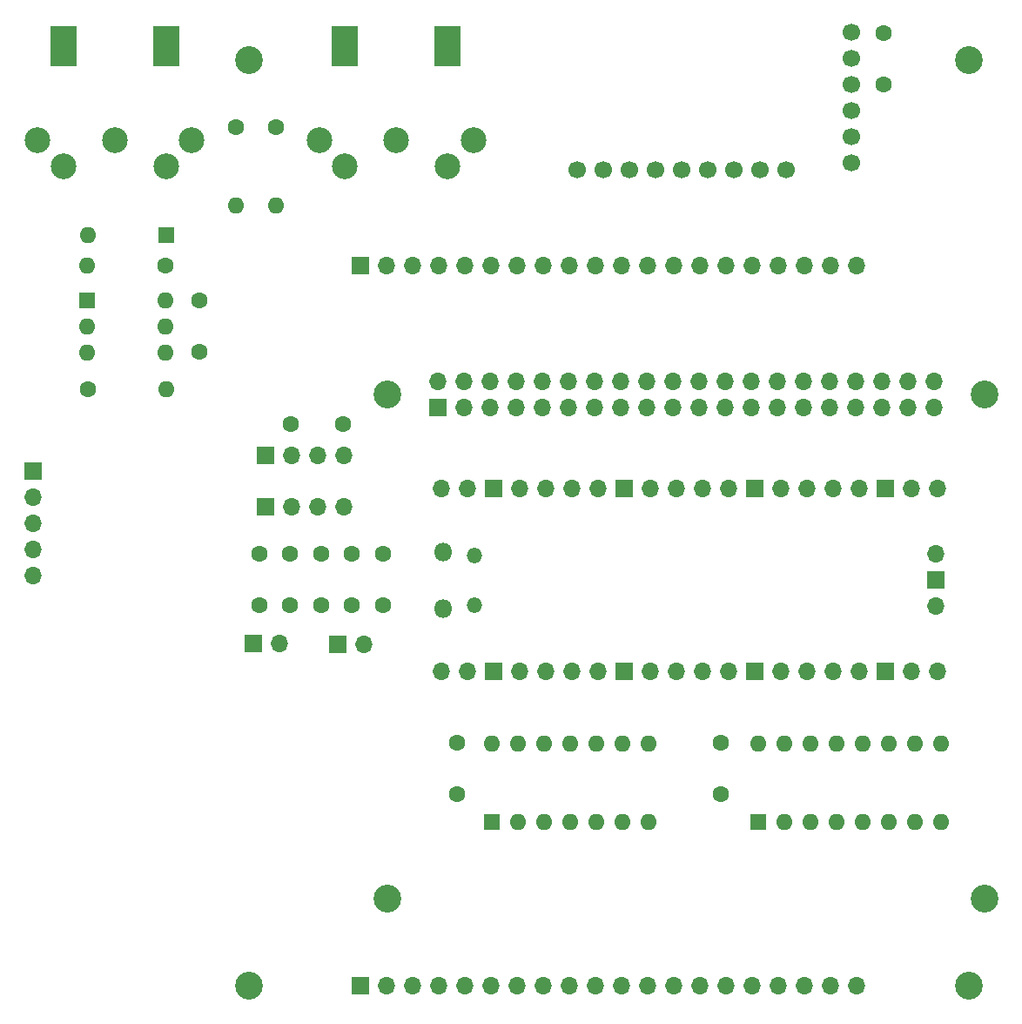
<source format=gbs>
G04 #@! TF.GenerationSoftware,KiCad,Pcbnew,(6.0.5)*
G04 #@! TF.CreationDate,2022-12-29T14:07:14+00:00*
G04 #@! TF.ProjectId,PicoTX816-RPiHat,5069636f-5458-4383-9136-2d5250694861,rev?*
G04 #@! TF.SameCoordinates,Original*
G04 #@! TF.FileFunction,Soldermask,Bot*
G04 #@! TF.FilePolarity,Negative*
%FSLAX46Y46*%
G04 Gerber Fmt 4.6, Leading zero omitted, Abs format (unit mm)*
G04 Created by KiCad (PCBNEW (6.0.5)) date 2022-12-29 14:07:14*
%MOMM*%
%LPD*%
G01*
G04 APERTURE LIST*
%ADD10C,2.700000*%
%ADD11R,1.700000X1.700000*%
%ADD12O,1.700000X1.700000*%
%ADD13C,1.600000*%
%ADD14R,1.600000X1.600000*%
%ADD15O,1.600000X1.600000*%
%ADD16O,1.500000X1.500000*%
%ADD17O,1.800000X1.800000*%
%ADD18C,1.700000*%
%ADD19R,2.500000X4.000000*%
%ADD20C,2.499360*%
G04 APERTURE END LIST*
D10*
X203500000Y-97500000D03*
X261500000Y-97500000D03*
X203500000Y-146500000D03*
X261500000Y-146500000D03*
D11*
X198625000Y-121775000D03*
D12*
X201165000Y-121775000D03*
D13*
X185150000Y-93390000D03*
X185150000Y-88390000D03*
D14*
X213645000Y-139070000D03*
D15*
X216185000Y-139070000D03*
X218725000Y-139070000D03*
X221265000Y-139070000D03*
X223805000Y-139070000D03*
X226345000Y-139070000D03*
X228885000Y-139070000D03*
X228885000Y-131450000D03*
X226345000Y-131450000D03*
X223805000Y-131450000D03*
X221265000Y-131450000D03*
X218725000Y-131450000D03*
X216185000Y-131450000D03*
X213645000Y-131450000D03*
D13*
X200000000Y-113000000D03*
X200000000Y-118000000D03*
X197000000Y-113000000D03*
X197000000Y-118000000D03*
X194100000Y-100375000D03*
X199100000Y-100375000D03*
X203000000Y-118000000D03*
X203000000Y-113000000D03*
D11*
X200870000Y-85000000D03*
D12*
X203410000Y-85000000D03*
X205950000Y-85000000D03*
X208490000Y-85000000D03*
X211030000Y-85000000D03*
X213570000Y-85000000D03*
X216110000Y-85000000D03*
X218650000Y-85000000D03*
X221190000Y-85000000D03*
X223730000Y-85000000D03*
X226270000Y-85000000D03*
X228810000Y-85000000D03*
X231350000Y-85000000D03*
X233890000Y-85000000D03*
X236430000Y-85000000D03*
X238970000Y-85000000D03*
X241510000Y-85000000D03*
X244050000Y-85000000D03*
X246590000Y-85000000D03*
X249130000Y-85000000D03*
D10*
X190000000Y-65000000D03*
D13*
X191000000Y-118000000D03*
X191000000Y-113000000D03*
D11*
X191575000Y-103435000D03*
D12*
X194115000Y-103435000D03*
X196655000Y-103435000D03*
X199195000Y-103435000D03*
D13*
X181900000Y-84980000D03*
D15*
X174280000Y-84980000D03*
D14*
X174280000Y-88350000D03*
D15*
X174280000Y-90890000D03*
X174280000Y-93430000D03*
X181900000Y-93430000D03*
X181900000Y-90890000D03*
X181900000Y-88350000D03*
D14*
X181930000Y-81990000D03*
D15*
X174310000Y-81990000D03*
D14*
X239495000Y-139040000D03*
D15*
X242035000Y-139040000D03*
X244575000Y-139040000D03*
X247115000Y-139040000D03*
X249655000Y-139040000D03*
X252195000Y-139040000D03*
X254735000Y-139040000D03*
X257275000Y-139040000D03*
X257275000Y-131420000D03*
X254735000Y-131420000D03*
X252195000Y-131420000D03*
X249655000Y-131420000D03*
X247115000Y-131420000D03*
X244575000Y-131420000D03*
X242035000Y-131420000D03*
X239495000Y-131420000D03*
D16*
X211890000Y-113145000D03*
D17*
X208860000Y-118295000D03*
D16*
X211890000Y-117995000D03*
D17*
X208860000Y-112845000D03*
D12*
X208730000Y-124460000D03*
X211270000Y-124460000D03*
D11*
X213810000Y-124460000D03*
D12*
X216350000Y-124460000D03*
X218890000Y-124460000D03*
X221430000Y-124460000D03*
X223970000Y-124460000D03*
D11*
X226510000Y-124460000D03*
D12*
X229050000Y-124460000D03*
X231590000Y-124460000D03*
X234130000Y-124460000D03*
X236670000Y-124460000D03*
D11*
X239210000Y-124460000D03*
D12*
X241750000Y-124460000D03*
X244290000Y-124460000D03*
X246830000Y-124460000D03*
X249370000Y-124460000D03*
D11*
X251910000Y-124460000D03*
D12*
X254450000Y-124460000D03*
X256990000Y-124460000D03*
X256990000Y-106680000D03*
X254450000Y-106680000D03*
D11*
X251910000Y-106680000D03*
D12*
X249370000Y-106680000D03*
X246830000Y-106680000D03*
X244290000Y-106680000D03*
X241750000Y-106680000D03*
D11*
X239210000Y-106680000D03*
D12*
X236670000Y-106680000D03*
X234130000Y-106680000D03*
X231590000Y-106680000D03*
X229050000Y-106680000D03*
D11*
X226510000Y-106680000D03*
D12*
X223970000Y-106680000D03*
X221430000Y-106680000D03*
X218890000Y-106680000D03*
X216350000Y-106680000D03*
D11*
X213810000Y-106680000D03*
D12*
X211270000Y-106680000D03*
X208730000Y-106680000D03*
X256760000Y-118110000D03*
D11*
X256760000Y-115570000D03*
D12*
X256760000Y-113030000D03*
D13*
X174340000Y-97040000D03*
D15*
X181960000Y-97040000D03*
D10*
X190000000Y-155000000D03*
D11*
X190435000Y-121700000D03*
D12*
X192975000Y-121700000D03*
D11*
X191575000Y-108425000D03*
D12*
X194115000Y-108425000D03*
X196655000Y-108425000D03*
X199195000Y-108425000D03*
D10*
X260000000Y-155000000D03*
D11*
X169000000Y-105000000D03*
D12*
X169000000Y-107540000D03*
X169000000Y-110080000D03*
X169000000Y-112620000D03*
X169000000Y-115160000D03*
D13*
X192610000Y-71480000D03*
D15*
X192610000Y-79100000D03*
D13*
X210230000Y-131410000D03*
X210230000Y-136410000D03*
D11*
X200870000Y-155000000D03*
D12*
X203410000Y-155000000D03*
X205950000Y-155000000D03*
X208490000Y-155000000D03*
X211030000Y-155000000D03*
X213570000Y-155000000D03*
X216110000Y-155000000D03*
X218650000Y-155000000D03*
X221190000Y-155000000D03*
X223730000Y-155000000D03*
X226270000Y-155000000D03*
X228810000Y-155000000D03*
X231350000Y-155000000D03*
X233890000Y-155000000D03*
X236430000Y-155000000D03*
X238970000Y-155000000D03*
X241510000Y-155000000D03*
X244050000Y-155000000D03*
X246590000Y-155000000D03*
X249130000Y-155000000D03*
D13*
X251710000Y-67360000D03*
X251710000Y-62360000D03*
X235880000Y-136380000D03*
X235880000Y-131380000D03*
D18*
X248555000Y-75020000D03*
X248555000Y-72480000D03*
X248555000Y-69940000D03*
X248555000Y-67400000D03*
X248555000Y-64860000D03*
X248555000Y-62320000D03*
X221885000Y-75655000D03*
X224425000Y-75655000D03*
X226965000Y-75655000D03*
X229505000Y-75655000D03*
X232045000Y-75655000D03*
X234585000Y-75655000D03*
X237125000Y-75655000D03*
X239665000Y-75655000D03*
X242205000Y-75655000D03*
D13*
X188730000Y-71550000D03*
D15*
X188730000Y-79170000D03*
D13*
X194000000Y-113000000D03*
X194000000Y-118000000D03*
D10*
X260000000Y-65000000D03*
D11*
X208370000Y-98770000D03*
D12*
X208370000Y-96230000D03*
X210910000Y-98770000D03*
X210910000Y-96230000D03*
X213450000Y-98770000D03*
X213450000Y-96230000D03*
X215990000Y-98770000D03*
X215990000Y-96230000D03*
X218530000Y-98770000D03*
X218530000Y-96230000D03*
X221070000Y-98770000D03*
X221070000Y-96230000D03*
X223610000Y-98770000D03*
X223610000Y-96230000D03*
X226150000Y-98770000D03*
X226150000Y-96230000D03*
X228690000Y-98770000D03*
X228690000Y-96230000D03*
X231230000Y-98770000D03*
X231230000Y-96230000D03*
X233770000Y-98770000D03*
X233770000Y-96230000D03*
X236310000Y-98770000D03*
X236310000Y-96230000D03*
X238850000Y-98770000D03*
X238850000Y-96230000D03*
X241390000Y-98770000D03*
X241390000Y-96230000D03*
X243930000Y-98770000D03*
X243930000Y-96230000D03*
X246470000Y-98770000D03*
X246470000Y-96230000D03*
X249010000Y-98770000D03*
X249010000Y-96230000D03*
X251550000Y-98770000D03*
X251550000Y-96230000D03*
X254090000Y-98770000D03*
X254090000Y-96230000D03*
X256630000Y-98770000D03*
X256630000Y-96230000D03*
D19*
X199338740Y-63622300D03*
X209341260Y-63622300D03*
D20*
X211838080Y-72817200D03*
X204340000Y-72819740D03*
X196841920Y-72817200D03*
X209336180Y-75319100D03*
X199343820Y-75319100D03*
D19*
X181931260Y-63622300D03*
X171928740Y-63622300D03*
D20*
X184428080Y-72817200D03*
X176930000Y-72819740D03*
X169431920Y-72817200D03*
X181926180Y-75319100D03*
X171933820Y-75319100D03*
M02*

</source>
